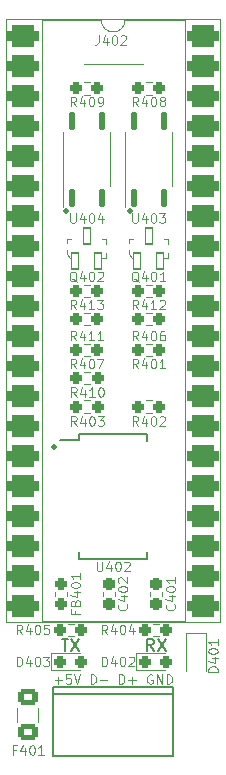
<source format=gto>
G04 #@! TF.GenerationSoftware,KiCad,Pcbnew,(6.0.10)*
G04 #@! TF.CreationDate,2023-01-05T11:17:19+01:00*
G04 #@! TF.ProjectId,PIC_Interface,5049435f-496e-4746-9572-666163652e6b,rev?*
G04 #@! TF.SameCoordinates,Original*
G04 #@! TF.FileFunction,Legend,Top*
G04 #@! TF.FilePolarity,Positive*
%FSLAX46Y46*%
G04 Gerber Fmt 4.6, Leading zero omitted, Abs format (unit mm)*
G04 Created by KiCad (PCBNEW (6.0.10)) date 2023-01-05 11:17:19*
%MOMM*%
%LPD*%
G01*
G04 APERTURE LIST*
G04 Aperture macros list*
%AMRoundRect*
0 Rectangle with rounded corners*
0 $1 Rounding radius*
0 $2 $3 $4 $5 $6 $7 $8 $9 X,Y pos of 4 corners*
0 Add a 4 corners polygon primitive as box body*
4,1,4,$2,$3,$4,$5,$6,$7,$8,$9,$2,$3,0*
0 Add four circle primitives for the rounded corners*
1,1,$1+$1,$2,$3*
1,1,$1+$1,$4,$5*
1,1,$1+$1,$6,$7*
1,1,$1+$1,$8,$9*
0 Add four rect primitives between the rounded corners*
20,1,$1+$1,$2,$3,$4,$5,0*
20,1,$1+$1,$4,$5,$6,$7,0*
20,1,$1+$1,$6,$7,$8,$9,0*
20,1,$1+$1,$8,$9,$2,$3,0*%
G04 Aperture macros list end*
%ADD10C,0.100000*%
%ADD11C,0.300000*%
%ADD12C,0.150000*%
%ADD13C,0.120000*%
%ADD14R,1.000000X1.000000*%
%ADD15RoundRect,0.237500X-0.250000X-0.237500X0.250000X-0.237500X0.250000X0.237500X-0.250000X0.237500X0*%
%ADD16RoundRect,0.237500X0.250000X0.237500X-0.250000X0.237500X-0.250000X-0.237500X0.250000X-0.237500X0*%
%ADD17RoundRect,0.237500X-0.287500X-0.237500X0.287500X-0.237500X0.287500X0.237500X-0.287500X0.237500X0*%
%ADD18R,0.300000X0.800000*%
%ADD19R,2.400000X3.050000*%
%ADD20O,1.700000X2.200000*%
%ADD21R,1.700000X2.200000*%
%ADD22RoundRect,0.237500X-0.237500X0.287500X-0.237500X-0.287500X0.237500X-0.287500X0.237500X0.287500X0*%
%ADD23RoundRect,0.070000X0.300000X-0.650000X0.300000X0.650000X-0.300000X0.650000X-0.300000X-0.650000X0*%
%ADD24RoundRect,0.237500X-0.237500X0.300000X-0.237500X-0.300000X0.237500X-0.300000X0.237500X0.300000X0*%
%ADD25RoundRect,0.450000X-0.900000X-0.450000X0.900000X-0.450000X0.900000X0.450000X-0.900000X0.450000X0*%
%ADD26R,1.750000X0.450000*%
%ADD27RoundRect,0.137500X0.137500X-0.662500X0.137500X0.662500X-0.137500X0.662500X-0.137500X-0.662500X0*%
%ADD28RoundRect,0.250001X0.624999X-0.462499X0.624999X0.462499X-0.624999X0.462499X-0.624999X-0.462499X0*%
G04 APERTURE END LIST*
D10*
X138047619Y-121557142D02*
X138657142Y-121557142D01*
X138352380Y-121861904D02*
X138352380Y-121252380D01*
X139419047Y-121061904D02*
X139038095Y-121061904D01*
X139000000Y-121442857D01*
X139038095Y-121404761D01*
X139114285Y-121366666D01*
X139304761Y-121366666D01*
X139380952Y-121404761D01*
X139419047Y-121442857D01*
X139457142Y-121519047D01*
X139457142Y-121709523D01*
X139419047Y-121785714D01*
X139380952Y-121823809D01*
X139304761Y-121861904D01*
X139114285Y-121861904D01*
X139038095Y-121823809D01*
X139000000Y-121785714D01*
X139685714Y-121061904D02*
X139952380Y-121861904D01*
X140219047Y-121061904D01*
X141095238Y-121861904D02*
X141095238Y-121061904D01*
X141285714Y-121061904D01*
X141400000Y-121100000D01*
X141476190Y-121176190D01*
X141514285Y-121252380D01*
X141552380Y-121404761D01*
X141552380Y-121519047D01*
X141514285Y-121671428D01*
X141476190Y-121747619D01*
X141400000Y-121823809D01*
X141285714Y-121861904D01*
X141095238Y-121861904D01*
X141895238Y-121557142D02*
X142504761Y-121557142D01*
X143495238Y-121861904D02*
X143495238Y-121061904D01*
X143685714Y-121061904D01*
X143800000Y-121100000D01*
X143876190Y-121176190D01*
X143914285Y-121252380D01*
X143952380Y-121404761D01*
X143952380Y-121519047D01*
X143914285Y-121671428D01*
X143876190Y-121747619D01*
X143800000Y-121823809D01*
X143685714Y-121861904D01*
X143495238Y-121861904D01*
X144295238Y-121557142D02*
X144904761Y-121557142D01*
X144600000Y-121861904D02*
X144600000Y-121252380D01*
X146314285Y-121100000D02*
X146238095Y-121061904D01*
X146123809Y-121061904D01*
X146009523Y-121100000D01*
X145933333Y-121176190D01*
X145895238Y-121252380D01*
X145857142Y-121404761D01*
X145857142Y-121519047D01*
X145895238Y-121671428D01*
X145933333Y-121747619D01*
X146009523Y-121823809D01*
X146123809Y-121861904D01*
X146200000Y-121861904D01*
X146314285Y-121823809D01*
X146352380Y-121785714D01*
X146352380Y-121519047D01*
X146200000Y-121519047D01*
X146695238Y-121861904D02*
X146695238Y-121061904D01*
X147152380Y-121861904D01*
X147152380Y-121061904D01*
X147533333Y-121861904D02*
X147533333Y-121061904D01*
X147723809Y-121061904D01*
X147838095Y-121100000D01*
X147914285Y-121176190D01*
X147952380Y-121252380D01*
X147990476Y-121404761D01*
X147990476Y-121519047D01*
X147952380Y-121671428D01*
X147914285Y-121747619D01*
X147838095Y-121823809D01*
X147723809Y-121861904D01*
X147533333Y-121861904D01*
D11*
X139000000Y-81735714D02*
X139071428Y-81807142D01*
X139000000Y-81878571D01*
X138928571Y-81807142D01*
X139000000Y-81735714D01*
X139000000Y-81878571D01*
D12*
X138638095Y-118052380D02*
X139209523Y-118052380D01*
X138923809Y-119052380D02*
X138923809Y-118052380D01*
X139447619Y-118052380D02*
X140114285Y-119052380D01*
X140114285Y-118052380D02*
X139447619Y-119052380D01*
X146433333Y-119052380D02*
X146100000Y-118576190D01*
X145861904Y-119052380D02*
X145861904Y-118052380D01*
X146242857Y-118052380D01*
X146338095Y-118100000D01*
X146385714Y-118147619D01*
X146433333Y-118242857D01*
X146433333Y-118385714D01*
X146385714Y-118480952D01*
X146338095Y-118528571D01*
X146242857Y-118576190D01*
X145861904Y-118576190D01*
X146766666Y-118052380D02*
X147433333Y-119052380D01*
X147433333Y-118052380D02*
X146766666Y-119052380D01*
D11*
X144400000Y-81735714D02*
X144471428Y-81807142D01*
X144400000Y-81878571D01*
X144328571Y-81807142D01*
X144400000Y-81735714D01*
X144400000Y-81878571D01*
X138000000Y-101735714D02*
X138071428Y-101807142D01*
X138000000Y-101878571D01*
X137928571Y-101807142D01*
X138000000Y-101735714D01*
X138000000Y-101878571D01*
D10*
X151861904Y-120852380D02*
X151061904Y-120852380D01*
X151061904Y-120661904D01*
X151100000Y-120547619D01*
X151176190Y-120471428D01*
X151252380Y-120433333D01*
X151404761Y-120395238D01*
X151519047Y-120395238D01*
X151671428Y-120433333D01*
X151747619Y-120471428D01*
X151823809Y-120547619D01*
X151861904Y-120661904D01*
X151861904Y-120852380D01*
X151328571Y-119709523D02*
X151861904Y-119709523D01*
X151023809Y-119900000D02*
X151595238Y-120090476D01*
X151595238Y-119595238D01*
X151061904Y-119138095D02*
X151061904Y-119061904D01*
X151100000Y-118985714D01*
X151138095Y-118947619D01*
X151214285Y-118909523D01*
X151366666Y-118871428D01*
X151557142Y-118871428D01*
X151709523Y-118909523D01*
X151785714Y-118947619D01*
X151823809Y-118985714D01*
X151861904Y-119061904D01*
X151861904Y-119138095D01*
X151823809Y-119214285D01*
X151785714Y-119252380D01*
X151709523Y-119290476D01*
X151557142Y-119328571D01*
X151366666Y-119328571D01*
X151214285Y-119290476D01*
X151138095Y-119252380D01*
X151100000Y-119214285D01*
X151061904Y-119138095D01*
X151861904Y-118109523D02*
X151861904Y-118566666D01*
X151861904Y-118338095D02*
X151061904Y-118338095D01*
X151176190Y-118414285D01*
X151252380Y-118490476D01*
X151290476Y-118566666D01*
X145104761Y-90161904D02*
X144838095Y-89780952D01*
X144647619Y-90161904D02*
X144647619Y-89361904D01*
X144952380Y-89361904D01*
X145028571Y-89400000D01*
X145066666Y-89438095D01*
X145104761Y-89514285D01*
X145104761Y-89628571D01*
X145066666Y-89704761D01*
X145028571Y-89742857D01*
X144952380Y-89780952D01*
X144647619Y-89780952D01*
X145790476Y-89628571D02*
X145790476Y-90161904D01*
X145600000Y-89323809D02*
X145409523Y-89895238D01*
X145904761Y-89895238D01*
X146628571Y-90161904D02*
X146171428Y-90161904D01*
X146400000Y-90161904D02*
X146400000Y-89361904D01*
X146323809Y-89476190D01*
X146247619Y-89552380D01*
X146171428Y-89590476D01*
X146933333Y-89438095D02*
X146971428Y-89400000D01*
X147047619Y-89361904D01*
X147238095Y-89361904D01*
X147314285Y-89400000D01*
X147352380Y-89438095D01*
X147390476Y-89514285D01*
X147390476Y-89590476D01*
X147352380Y-89704761D01*
X146895238Y-90161904D01*
X147390476Y-90161904D01*
X145104761Y-72961904D02*
X144838095Y-72580952D01*
X144647619Y-72961904D02*
X144647619Y-72161904D01*
X144952380Y-72161904D01*
X145028571Y-72200000D01*
X145066666Y-72238095D01*
X145104761Y-72314285D01*
X145104761Y-72428571D01*
X145066666Y-72504761D01*
X145028571Y-72542857D01*
X144952380Y-72580952D01*
X144647619Y-72580952D01*
X145790476Y-72428571D02*
X145790476Y-72961904D01*
X145600000Y-72123809D02*
X145409523Y-72695238D01*
X145904761Y-72695238D01*
X146361904Y-72161904D02*
X146438095Y-72161904D01*
X146514285Y-72200000D01*
X146552380Y-72238095D01*
X146590476Y-72314285D01*
X146628571Y-72466666D01*
X146628571Y-72657142D01*
X146590476Y-72809523D01*
X146552380Y-72885714D01*
X146514285Y-72923809D01*
X146438095Y-72961904D01*
X146361904Y-72961904D01*
X146285714Y-72923809D01*
X146247619Y-72885714D01*
X146209523Y-72809523D01*
X146171428Y-72657142D01*
X146171428Y-72466666D01*
X146209523Y-72314285D01*
X146247619Y-72238095D01*
X146285714Y-72200000D01*
X146361904Y-72161904D01*
X147085714Y-72504761D02*
X147009523Y-72466666D01*
X146971428Y-72428571D01*
X146933333Y-72352380D01*
X146933333Y-72314285D01*
X146971428Y-72238095D01*
X147009523Y-72200000D01*
X147085714Y-72161904D01*
X147238095Y-72161904D01*
X147314285Y-72200000D01*
X147352380Y-72238095D01*
X147390476Y-72314285D01*
X147390476Y-72352380D01*
X147352380Y-72428571D01*
X147314285Y-72466666D01*
X147238095Y-72504761D01*
X147085714Y-72504761D01*
X147009523Y-72542857D01*
X146971428Y-72580952D01*
X146933333Y-72657142D01*
X146933333Y-72809523D01*
X146971428Y-72885714D01*
X147009523Y-72923809D01*
X147085714Y-72961904D01*
X147238095Y-72961904D01*
X147314285Y-72923809D01*
X147352380Y-72885714D01*
X147390476Y-72809523D01*
X147390476Y-72657142D01*
X147352380Y-72580952D01*
X147314285Y-72542857D01*
X147238095Y-72504761D01*
X139904761Y-100011904D02*
X139638095Y-99630952D01*
X139447619Y-100011904D02*
X139447619Y-99211904D01*
X139752380Y-99211904D01*
X139828571Y-99250000D01*
X139866666Y-99288095D01*
X139904761Y-99364285D01*
X139904761Y-99478571D01*
X139866666Y-99554761D01*
X139828571Y-99592857D01*
X139752380Y-99630952D01*
X139447619Y-99630952D01*
X140590476Y-99478571D02*
X140590476Y-100011904D01*
X140400000Y-99173809D02*
X140209523Y-99745238D01*
X140704761Y-99745238D01*
X141161904Y-99211904D02*
X141238095Y-99211904D01*
X141314285Y-99250000D01*
X141352380Y-99288095D01*
X141390476Y-99364285D01*
X141428571Y-99516666D01*
X141428571Y-99707142D01*
X141390476Y-99859523D01*
X141352380Y-99935714D01*
X141314285Y-99973809D01*
X141238095Y-100011904D01*
X141161904Y-100011904D01*
X141085714Y-99973809D01*
X141047619Y-99935714D01*
X141009523Y-99859523D01*
X140971428Y-99707142D01*
X140971428Y-99516666D01*
X141009523Y-99364285D01*
X141047619Y-99288095D01*
X141085714Y-99250000D01*
X141161904Y-99211904D01*
X141695238Y-99211904D02*
X142190476Y-99211904D01*
X141923809Y-99516666D01*
X142038095Y-99516666D01*
X142114285Y-99554761D01*
X142152380Y-99592857D01*
X142190476Y-99669047D01*
X142190476Y-99859523D01*
X142152380Y-99935714D01*
X142114285Y-99973809D01*
X142038095Y-100011904D01*
X141809523Y-100011904D01*
X141733333Y-99973809D01*
X141695238Y-99935714D01*
X134847619Y-120361904D02*
X134847619Y-119561904D01*
X135038095Y-119561904D01*
X135152380Y-119600000D01*
X135228571Y-119676190D01*
X135266666Y-119752380D01*
X135304761Y-119904761D01*
X135304761Y-120019047D01*
X135266666Y-120171428D01*
X135228571Y-120247619D01*
X135152380Y-120323809D01*
X135038095Y-120361904D01*
X134847619Y-120361904D01*
X135990476Y-119828571D02*
X135990476Y-120361904D01*
X135800000Y-119523809D02*
X135609523Y-120095238D01*
X136104761Y-120095238D01*
X136561904Y-119561904D02*
X136638095Y-119561904D01*
X136714285Y-119600000D01*
X136752380Y-119638095D01*
X136790476Y-119714285D01*
X136828571Y-119866666D01*
X136828571Y-120057142D01*
X136790476Y-120209523D01*
X136752380Y-120285714D01*
X136714285Y-120323809D01*
X136638095Y-120361904D01*
X136561904Y-120361904D01*
X136485714Y-120323809D01*
X136447619Y-120285714D01*
X136409523Y-120209523D01*
X136371428Y-120057142D01*
X136371428Y-119866666D01*
X136409523Y-119714285D01*
X136447619Y-119638095D01*
X136485714Y-119600000D01*
X136561904Y-119561904D01*
X137095238Y-119561904D02*
X137590476Y-119561904D01*
X137323809Y-119866666D01*
X137438095Y-119866666D01*
X137514285Y-119904761D01*
X137552380Y-119942857D01*
X137590476Y-120019047D01*
X137590476Y-120209523D01*
X137552380Y-120285714D01*
X137514285Y-120323809D01*
X137438095Y-120361904D01*
X137209523Y-120361904D01*
X137133333Y-120323809D01*
X137095238Y-120285714D01*
X139854761Y-92791904D02*
X139588095Y-92410952D01*
X139397619Y-92791904D02*
X139397619Y-91991904D01*
X139702380Y-91991904D01*
X139778571Y-92030000D01*
X139816666Y-92068095D01*
X139854761Y-92144285D01*
X139854761Y-92258571D01*
X139816666Y-92334761D01*
X139778571Y-92372857D01*
X139702380Y-92410952D01*
X139397619Y-92410952D01*
X140540476Y-92258571D02*
X140540476Y-92791904D01*
X140350000Y-91953809D02*
X140159523Y-92525238D01*
X140654761Y-92525238D01*
X141378571Y-92791904D02*
X140921428Y-92791904D01*
X141150000Y-92791904D02*
X141150000Y-91991904D01*
X141073809Y-92106190D01*
X140997619Y-92182380D01*
X140921428Y-92220476D01*
X142140476Y-92791904D02*
X141683333Y-92791904D01*
X141911904Y-92791904D02*
X141911904Y-91991904D01*
X141835714Y-92106190D01*
X141759523Y-92182380D01*
X141683333Y-92220476D01*
X139854761Y-95161904D02*
X139588095Y-94780952D01*
X139397619Y-95161904D02*
X139397619Y-94361904D01*
X139702380Y-94361904D01*
X139778571Y-94400000D01*
X139816666Y-94438095D01*
X139854761Y-94514285D01*
X139854761Y-94628571D01*
X139816666Y-94704761D01*
X139778571Y-94742857D01*
X139702380Y-94780952D01*
X139397619Y-94780952D01*
X140540476Y-94628571D02*
X140540476Y-95161904D01*
X140350000Y-94323809D02*
X140159523Y-94895238D01*
X140654761Y-94895238D01*
X141111904Y-94361904D02*
X141188095Y-94361904D01*
X141264285Y-94400000D01*
X141302380Y-94438095D01*
X141340476Y-94514285D01*
X141378571Y-94666666D01*
X141378571Y-94857142D01*
X141340476Y-95009523D01*
X141302380Y-95085714D01*
X141264285Y-95123809D01*
X141188095Y-95161904D01*
X141111904Y-95161904D01*
X141035714Y-95123809D01*
X140997619Y-95085714D01*
X140959523Y-95009523D01*
X140921428Y-94857142D01*
X140921428Y-94666666D01*
X140959523Y-94514285D01*
X140997619Y-94438095D01*
X141035714Y-94400000D01*
X141111904Y-94361904D01*
X141645238Y-94361904D02*
X142178571Y-94361904D01*
X141835714Y-95161904D01*
X145104761Y-92791904D02*
X144838095Y-92410952D01*
X144647619Y-92791904D02*
X144647619Y-91991904D01*
X144952380Y-91991904D01*
X145028571Y-92030000D01*
X145066666Y-92068095D01*
X145104761Y-92144285D01*
X145104761Y-92258571D01*
X145066666Y-92334761D01*
X145028571Y-92372857D01*
X144952380Y-92410952D01*
X144647619Y-92410952D01*
X145790476Y-92258571D02*
X145790476Y-92791904D01*
X145600000Y-91953809D02*
X145409523Y-92525238D01*
X145904761Y-92525238D01*
X146361904Y-91991904D02*
X146438095Y-91991904D01*
X146514285Y-92030000D01*
X146552380Y-92068095D01*
X146590476Y-92144285D01*
X146628571Y-92296666D01*
X146628571Y-92487142D01*
X146590476Y-92639523D01*
X146552380Y-92715714D01*
X146514285Y-92753809D01*
X146438095Y-92791904D01*
X146361904Y-92791904D01*
X146285714Y-92753809D01*
X146247619Y-92715714D01*
X146209523Y-92639523D01*
X146171428Y-92487142D01*
X146171428Y-92296666D01*
X146209523Y-92144285D01*
X146247619Y-92068095D01*
X146285714Y-92030000D01*
X146361904Y-91991904D01*
X147314285Y-91991904D02*
X147161904Y-91991904D01*
X147085714Y-92030000D01*
X147047619Y-92068095D01*
X146971428Y-92182380D01*
X146933333Y-92334761D01*
X146933333Y-92639523D01*
X146971428Y-92715714D01*
X147009523Y-92753809D01*
X147085714Y-92791904D01*
X147238095Y-92791904D01*
X147314285Y-92753809D01*
X147352380Y-92715714D01*
X147390476Y-92639523D01*
X147390476Y-92449047D01*
X147352380Y-92372857D01*
X147314285Y-92334761D01*
X147238095Y-92296666D01*
X147085714Y-92296666D01*
X147009523Y-92334761D01*
X146971428Y-92372857D01*
X146933333Y-92449047D01*
X139904761Y-97561904D02*
X139638095Y-97180952D01*
X139447619Y-97561904D02*
X139447619Y-96761904D01*
X139752380Y-96761904D01*
X139828571Y-96800000D01*
X139866666Y-96838095D01*
X139904761Y-96914285D01*
X139904761Y-97028571D01*
X139866666Y-97104761D01*
X139828571Y-97142857D01*
X139752380Y-97180952D01*
X139447619Y-97180952D01*
X140590476Y-97028571D02*
X140590476Y-97561904D01*
X140400000Y-96723809D02*
X140209523Y-97295238D01*
X140704761Y-97295238D01*
X141428571Y-97561904D02*
X140971428Y-97561904D01*
X141200000Y-97561904D02*
X141200000Y-96761904D01*
X141123809Y-96876190D01*
X141047619Y-96952380D01*
X140971428Y-96990476D01*
X141923809Y-96761904D02*
X142000000Y-96761904D01*
X142076190Y-96800000D01*
X142114285Y-96838095D01*
X142152380Y-96914285D01*
X142190476Y-97066666D01*
X142190476Y-97257142D01*
X142152380Y-97409523D01*
X142114285Y-97485714D01*
X142076190Y-97523809D01*
X142000000Y-97561904D01*
X141923809Y-97561904D01*
X141847619Y-97523809D01*
X141809523Y-97485714D01*
X141771428Y-97409523D01*
X141733333Y-97257142D01*
X141733333Y-97066666D01*
X141771428Y-96914285D01*
X141809523Y-96838095D01*
X141847619Y-96800000D01*
X141923809Y-96761904D01*
X141771428Y-66961904D02*
X141771428Y-67533333D01*
X141733333Y-67647619D01*
X141657142Y-67723809D01*
X141542857Y-67761904D01*
X141466666Y-67761904D01*
X142495238Y-67228571D02*
X142495238Y-67761904D01*
X142304761Y-66923809D02*
X142114285Y-67495238D01*
X142609523Y-67495238D01*
X143066666Y-66961904D02*
X143142857Y-66961904D01*
X143219047Y-67000000D01*
X143257142Y-67038095D01*
X143295238Y-67114285D01*
X143333333Y-67266666D01*
X143333333Y-67457142D01*
X143295238Y-67609523D01*
X143257142Y-67685714D01*
X143219047Y-67723809D01*
X143142857Y-67761904D01*
X143066666Y-67761904D01*
X142990476Y-67723809D01*
X142952380Y-67685714D01*
X142914285Y-67609523D01*
X142876190Y-67457142D01*
X142876190Y-67266666D01*
X142914285Y-67114285D01*
X142952380Y-67038095D01*
X142990476Y-67000000D01*
X143066666Y-66961904D01*
X143638095Y-67038095D02*
X143676190Y-67000000D01*
X143752380Y-66961904D01*
X143942857Y-66961904D01*
X144019047Y-67000000D01*
X144057142Y-67038095D01*
X144095238Y-67114285D01*
X144095238Y-67190476D01*
X144057142Y-67304761D01*
X143600000Y-67761904D01*
X144095238Y-67761904D01*
X135304761Y-117661904D02*
X135038095Y-117280952D01*
X134847619Y-117661904D02*
X134847619Y-116861904D01*
X135152380Y-116861904D01*
X135228571Y-116900000D01*
X135266666Y-116938095D01*
X135304761Y-117014285D01*
X135304761Y-117128571D01*
X135266666Y-117204761D01*
X135228571Y-117242857D01*
X135152380Y-117280952D01*
X134847619Y-117280952D01*
X135990476Y-117128571D02*
X135990476Y-117661904D01*
X135800000Y-116823809D02*
X135609523Y-117395238D01*
X136104761Y-117395238D01*
X136561904Y-116861904D02*
X136638095Y-116861904D01*
X136714285Y-116900000D01*
X136752380Y-116938095D01*
X136790476Y-117014285D01*
X136828571Y-117166666D01*
X136828571Y-117357142D01*
X136790476Y-117509523D01*
X136752380Y-117585714D01*
X136714285Y-117623809D01*
X136638095Y-117661904D01*
X136561904Y-117661904D01*
X136485714Y-117623809D01*
X136447619Y-117585714D01*
X136409523Y-117509523D01*
X136371428Y-117357142D01*
X136371428Y-117166666D01*
X136409523Y-117014285D01*
X136447619Y-116938095D01*
X136485714Y-116900000D01*
X136561904Y-116861904D01*
X137552380Y-116861904D02*
X137171428Y-116861904D01*
X137133333Y-117242857D01*
X137171428Y-117204761D01*
X137247619Y-117166666D01*
X137438095Y-117166666D01*
X137514285Y-117204761D01*
X137552380Y-117242857D01*
X137590476Y-117319047D01*
X137590476Y-117509523D01*
X137552380Y-117585714D01*
X137514285Y-117623809D01*
X137438095Y-117661904D01*
X137247619Y-117661904D01*
X137171428Y-117623809D01*
X137133333Y-117585714D01*
X145104761Y-100011904D02*
X144838095Y-99630952D01*
X144647619Y-100011904D02*
X144647619Y-99211904D01*
X144952380Y-99211904D01*
X145028571Y-99250000D01*
X145066666Y-99288095D01*
X145104761Y-99364285D01*
X145104761Y-99478571D01*
X145066666Y-99554761D01*
X145028571Y-99592857D01*
X144952380Y-99630952D01*
X144647619Y-99630952D01*
X145790476Y-99478571D02*
X145790476Y-100011904D01*
X145600000Y-99173809D02*
X145409523Y-99745238D01*
X145904761Y-99745238D01*
X146361904Y-99211904D02*
X146438095Y-99211904D01*
X146514285Y-99250000D01*
X146552380Y-99288095D01*
X146590476Y-99364285D01*
X146628571Y-99516666D01*
X146628571Y-99707142D01*
X146590476Y-99859523D01*
X146552380Y-99935714D01*
X146514285Y-99973809D01*
X146438095Y-100011904D01*
X146361904Y-100011904D01*
X146285714Y-99973809D01*
X146247619Y-99935714D01*
X146209523Y-99859523D01*
X146171428Y-99707142D01*
X146171428Y-99516666D01*
X146209523Y-99364285D01*
X146247619Y-99288095D01*
X146285714Y-99250000D01*
X146361904Y-99211904D01*
X146933333Y-99288095D02*
X146971428Y-99250000D01*
X147047619Y-99211904D01*
X147238095Y-99211904D01*
X147314285Y-99250000D01*
X147352380Y-99288095D01*
X147390476Y-99364285D01*
X147390476Y-99440476D01*
X147352380Y-99554761D01*
X146895238Y-100011904D01*
X147390476Y-100011904D01*
X139792857Y-115678571D02*
X139792857Y-115945238D01*
X140211904Y-115945238D02*
X139411904Y-115945238D01*
X139411904Y-115564285D01*
X139792857Y-114992857D02*
X139830952Y-114878571D01*
X139869047Y-114840476D01*
X139945238Y-114802380D01*
X140059523Y-114802380D01*
X140135714Y-114840476D01*
X140173809Y-114878571D01*
X140211904Y-114954761D01*
X140211904Y-115259523D01*
X139411904Y-115259523D01*
X139411904Y-114992857D01*
X139450000Y-114916666D01*
X139488095Y-114878571D01*
X139564285Y-114840476D01*
X139640476Y-114840476D01*
X139716666Y-114878571D01*
X139754761Y-114916666D01*
X139792857Y-114992857D01*
X139792857Y-115259523D01*
X139678571Y-114116666D02*
X140211904Y-114116666D01*
X139373809Y-114307142D02*
X139945238Y-114497619D01*
X139945238Y-114002380D01*
X139411904Y-113545238D02*
X139411904Y-113469047D01*
X139450000Y-113392857D01*
X139488095Y-113354761D01*
X139564285Y-113316666D01*
X139716666Y-113278571D01*
X139907142Y-113278571D01*
X140059523Y-113316666D01*
X140135714Y-113354761D01*
X140173809Y-113392857D01*
X140211904Y-113469047D01*
X140211904Y-113545238D01*
X140173809Y-113621428D01*
X140135714Y-113659523D01*
X140059523Y-113697619D01*
X139907142Y-113735714D01*
X139716666Y-113735714D01*
X139564285Y-113697619D01*
X139488095Y-113659523D01*
X139450000Y-113621428D01*
X139411904Y-113545238D01*
X140211904Y-112516666D02*
X140211904Y-112973809D01*
X140211904Y-112745238D02*
X139411904Y-112745238D01*
X139526190Y-112821428D01*
X139602380Y-112897619D01*
X139640476Y-112973809D01*
X145161904Y-87838095D02*
X145085714Y-87800000D01*
X145009523Y-87723809D01*
X144895238Y-87609523D01*
X144819047Y-87571428D01*
X144742857Y-87571428D01*
X144780952Y-87761904D02*
X144704761Y-87723809D01*
X144628571Y-87647619D01*
X144590476Y-87495238D01*
X144590476Y-87228571D01*
X144628571Y-87076190D01*
X144704761Y-87000000D01*
X144780952Y-86961904D01*
X144933333Y-86961904D01*
X145009523Y-87000000D01*
X145085714Y-87076190D01*
X145123809Y-87228571D01*
X145123809Y-87495238D01*
X145085714Y-87647619D01*
X145009523Y-87723809D01*
X144933333Y-87761904D01*
X144780952Y-87761904D01*
X145809523Y-87228571D02*
X145809523Y-87761904D01*
X145619047Y-86923809D02*
X145428571Y-87495238D01*
X145923809Y-87495238D01*
X146380952Y-86961904D02*
X146457142Y-86961904D01*
X146533333Y-87000000D01*
X146571428Y-87038095D01*
X146609523Y-87114285D01*
X146647619Y-87266666D01*
X146647619Y-87457142D01*
X146609523Y-87609523D01*
X146571428Y-87685714D01*
X146533333Y-87723809D01*
X146457142Y-87761904D01*
X146380952Y-87761904D01*
X146304761Y-87723809D01*
X146266666Y-87685714D01*
X146228571Y-87609523D01*
X146190476Y-87457142D01*
X146190476Y-87266666D01*
X146228571Y-87114285D01*
X146266666Y-87038095D01*
X146304761Y-87000000D01*
X146380952Y-86961904D01*
X147409523Y-87761904D02*
X146952380Y-87761904D01*
X147180952Y-87761904D02*
X147180952Y-86961904D01*
X147104761Y-87076190D01*
X147028571Y-87152380D01*
X146952380Y-87190476D01*
X139854761Y-72961904D02*
X139588095Y-72580952D01*
X139397619Y-72961904D02*
X139397619Y-72161904D01*
X139702380Y-72161904D01*
X139778571Y-72200000D01*
X139816666Y-72238095D01*
X139854761Y-72314285D01*
X139854761Y-72428571D01*
X139816666Y-72504761D01*
X139778571Y-72542857D01*
X139702380Y-72580952D01*
X139397619Y-72580952D01*
X140540476Y-72428571D02*
X140540476Y-72961904D01*
X140350000Y-72123809D02*
X140159523Y-72695238D01*
X140654761Y-72695238D01*
X141111904Y-72161904D02*
X141188095Y-72161904D01*
X141264285Y-72200000D01*
X141302380Y-72238095D01*
X141340476Y-72314285D01*
X141378571Y-72466666D01*
X141378571Y-72657142D01*
X141340476Y-72809523D01*
X141302380Y-72885714D01*
X141264285Y-72923809D01*
X141188095Y-72961904D01*
X141111904Y-72961904D01*
X141035714Y-72923809D01*
X140997619Y-72885714D01*
X140959523Y-72809523D01*
X140921428Y-72657142D01*
X140921428Y-72466666D01*
X140959523Y-72314285D01*
X140997619Y-72238095D01*
X141035714Y-72200000D01*
X141111904Y-72161904D01*
X141759523Y-72961904D02*
X141911904Y-72961904D01*
X141988095Y-72923809D01*
X142026190Y-72885714D01*
X142102380Y-72771428D01*
X142140476Y-72619047D01*
X142140476Y-72314285D01*
X142102380Y-72238095D01*
X142064285Y-72200000D01*
X141988095Y-72161904D01*
X141835714Y-72161904D01*
X141759523Y-72200000D01*
X141721428Y-72238095D01*
X141683333Y-72314285D01*
X141683333Y-72504761D01*
X141721428Y-72580952D01*
X141759523Y-72619047D01*
X141835714Y-72657142D01*
X141988095Y-72657142D01*
X142064285Y-72619047D01*
X142102380Y-72580952D01*
X142140476Y-72504761D01*
X144135714Y-115145238D02*
X144173809Y-115183333D01*
X144211904Y-115297619D01*
X144211904Y-115373809D01*
X144173809Y-115488095D01*
X144097619Y-115564285D01*
X144021428Y-115602380D01*
X143869047Y-115640476D01*
X143754761Y-115640476D01*
X143602380Y-115602380D01*
X143526190Y-115564285D01*
X143450000Y-115488095D01*
X143411904Y-115373809D01*
X143411904Y-115297619D01*
X143450000Y-115183333D01*
X143488095Y-115145238D01*
X143678571Y-114459523D02*
X144211904Y-114459523D01*
X143373809Y-114650000D02*
X143945238Y-114840476D01*
X143945238Y-114345238D01*
X143411904Y-113888095D02*
X143411904Y-113811904D01*
X143450000Y-113735714D01*
X143488095Y-113697619D01*
X143564285Y-113659523D01*
X143716666Y-113621428D01*
X143907142Y-113621428D01*
X144059523Y-113659523D01*
X144135714Y-113697619D01*
X144173809Y-113735714D01*
X144211904Y-113811904D01*
X144211904Y-113888095D01*
X144173809Y-113964285D01*
X144135714Y-114002380D01*
X144059523Y-114040476D01*
X143907142Y-114078571D01*
X143716666Y-114078571D01*
X143564285Y-114040476D01*
X143488095Y-114002380D01*
X143450000Y-113964285D01*
X143411904Y-113888095D01*
X143488095Y-113316666D02*
X143450000Y-113278571D01*
X143411904Y-113202380D01*
X143411904Y-113011904D01*
X143450000Y-112935714D01*
X143488095Y-112897619D01*
X143564285Y-112859523D01*
X143640476Y-112859523D01*
X143754761Y-112897619D01*
X144211904Y-113354761D01*
X144211904Y-112859523D01*
X148185714Y-115145238D02*
X148223809Y-115183333D01*
X148261904Y-115297619D01*
X148261904Y-115373809D01*
X148223809Y-115488095D01*
X148147619Y-115564285D01*
X148071428Y-115602380D01*
X147919047Y-115640476D01*
X147804761Y-115640476D01*
X147652380Y-115602380D01*
X147576190Y-115564285D01*
X147500000Y-115488095D01*
X147461904Y-115373809D01*
X147461904Y-115297619D01*
X147500000Y-115183333D01*
X147538095Y-115145238D01*
X147728571Y-114459523D02*
X148261904Y-114459523D01*
X147423809Y-114650000D02*
X147995238Y-114840476D01*
X147995238Y-114345238D01*
X147461904Y-113888095D02*
X147461904Y-113811904D01*
X147500000Y-113735714D01*
X147538095Y-113697619D01*
X147614285Y-113659523D01*
X147766666Y-113621428D01*
X147957142Y-113621428D01*
X148109523Y-113659523D01*
X148185714Y-113697619D01*
X148223809Y-113735714D01*
X148261904Y-113811904D01*
X148261904Y-113888095D01*
X148223809Y-113964285D01*
X148185714Y-114002380D01*
X148109523Y-114040476D01*
X147957142Y-114078571D01*
X147766666Y-114078571D01*
X147614285Y-114040476D01*
X147538095Y-114002380D01*
X147500000Y-113964285D01*
X147461904Y-113888095D01*
X148261904Y-112859523D02*
X148261904Y-113316666D01*
X148261904Y-113088095D02*
X147461904Y-113088095D01*
X147576190Y-113164285D01*
X147652380Y-113240476D01*
X147690476Y-113316666D01*
X139854761Y-90161904D02*
X139588095Y-89780952D01*
X139397619Y-90161904D02*
X139397619Y-89361904D01*
X139702380Y-89361904D01*
X139778571Y-89400000D01*
X139816666Y-89438095D01*
X139854761Y-89514285D01*
X139854761Y-89628571D01*
X139816666Y-89704761D01*
X139778571Y-89742857D01*
X139702380Y-89780952D01*
X139397619Y-89780952D01*
X140540476Y-89628571D02*
X140540476Y-90161904D01*
X140350000Y-89323809D02*
X140159523Y-89895238D01*
X140654761Y-89895238D01*
X141378571Y-90161904D02*
X140921428Y-90161904D01*
X141150000Y-90161904D02*
X141150000Y-89361904D01*
X141073809Y-89476190D01*
X140997619Y-89552380D01*
X140921428Y-89590476D01*
X141645238Y-89361904D02*
X142140476Y-89361904D01*
X141873809Y-89666666D01*
X141988095Y-89666666D01*
X142064285Y-89704761D01*
X142102380Y-89742857D01*
X142140476Y-89819047D01*
X142140476Y-90009523D01*
X142102380Y-90085714D01*
X142064285Y-90123809D01*
X141988095Y-90161904D01*
X141759523Y-90161904D01*
X141683333Y-90123809D01*
X141645238Y-90085714D01*
X145104761Y-95161904D02*
X144838095Y-94780952D01*
X144647619Y-95161904D02*
X144647619Y-94361904D01*
X144952380Y-94361904D01*
X145028571Y-94400000D01*
X145066666Y-94438095D01*
X145104761Y-94514285D01*
X145104761Y-94628571D01*
X145066666Y-94704761D01*
X145028571Y-94742857D01*
X144952380Y-94780952D01*
X144647619Y-94780952D01*
X145790476Y-94628571D02*
X145790476Y-95161904D01*
X145600000Y-94323809D02*
X145409523Y-94895238D01*
X145904761Y-94895238D01*
X146361904Y-94361904D02*
X146438095Y-94361904D01*
X146514285Y-94400000D01*
X146552380Y-94438095D01*
X146590476Y-94514285D01*
X146628571Y-94666666D01*
X146628571Y-94857142D01*
X146590476Y-95009523D01*
X146552380Y-95085714D01*
X146514285Y-95123809D01*
X146438095Y-95161904D01*
X146361904Y-95161904D01*
X146285714Y-95123809D01*
X146247619Y-95085714D01*
X146209523Y-95009523D01*
X146171428Y-94857142D01*
X146171428Y-94666666D01*
X146209523Y-94514285D01*
X146247619Y-94438095D01*
X146285714Y-94400000D01*
X146361904Y-94361904D01*
X147390476Y-95161904D02*
X146933333Y-95161904D01*
X147161904Y-95161904D02*
X147161904Y-94361904D01*
X147085714Y-94476190D01*
X147009523Y-94552380D01*
X146933333Y-94590476D01*
X142047619Y-120361904D02*
X142047619Y-119561904D01*
X142238095Y-119561904D01*
X142352380Y-119600000D01*
X142428571Y-119676190D01*
X142466666Y-119752380D01*
X142504761Y-119904761D01*
X142504761Y-120019047D01*
X142466666Y-120171428D01*
X142428571Y-120247619D01*
X142352380Y-120323809D01*
X142238095Y-120361904D01*
X142047619Y-120361904D01*
X143190476Y-119828571D02*
X143190476Y-120361904D01*
X143000000Y-119523809D02*
X142809523Y-120095238D01*
X143304761Y-120095238D01*
X143761904Y-119561904D02*
X143838095Y-119561904D01*
X143914285Y-119600000D01*
X143952380Y-119638095D01*
X143990476Y-119714285D01*
X144028571Y-119866666D01*
X144028571Y-120057142D01*
X143990476Y-120209523D01*
X143952380Y-120285714D01*
X143914285Y-120323809D01*
X143838095Y-120361904D01*
X143761904Y-120361904D01*
X143685714Y-120323809D01*
X143647619Y-120285714D01*
X143609523Y-120209523D01*
X143571428Y-120057142D01*
X143571428Y-119866666D01*
X143609523Y-119714285D01*
X143647619Y-119638095D01*
X143685714Y-119600000D01*
X143761904Y-119561904D01*
X144333333Y-119638095D02*
X144371428Y-119600000D01*
X144447619Y-119561904D01*
X144638095Y-119561904D01*
X144714285Y-119600000D01*
X144752380Y-119638095D01*
X144790476Y-119714285D01*
X144790476Y-119790476D01*
X144752380Y-119904761D01*
X144295238Y-120361904D01*
X144790476Y-120361904D01*
X142504761Y-117661904D02*
X142238095Y-117280952D01*
X142047619Y-117661904D02*
X142047619Y-116861904D01*
X142352380Y-116861904D01*
X142428571Y-116900000D01*
X142466666Y-116938095D01*
X142504761Y-117014285D01*
X142504761Y-117128571D01*
X142466666Y-117204761D01*
X142428571Y-117242857D01*
X142352380Y-117280952D01*
X142047619Y-117280952D01*
X143190476Y-117128571D02*
X143190476Y-117661904D01*
X143000000Y-116823809D02*
X142809523Y-117395238D01*
X143304761Y-117395238D01*
X143761904Y-116861904D02*
X143838095Y-116861904D01*
X143914285Y-116900000D01*
X143952380Y-116938095D01*
X143990476Y-117014285D01*
X144028571Y-117166666D01*
X144028571Y-117357142D01*
X143990476Y-117509523D01*
X143952380Y-117585714D01*
X143914285Y-117623809D01*
X143838095Y-117661904D01*
X143761904Y-117661904D01*
X143685714Y-117623809D01*
X143647619Y-117585714D01*
X143609523Y-117509523D01*
X143571428Y-117357142D01*
X143571428Y-117166666D01*
X143609523Y-117014285D01*
X143647619Y-116938095D01*
X143685714Y-116900000D01*
X143761904Y-116861904D01*
X144714285Y-117128571D02*
X144714285Y-117661904D01*
X144523809Y-116823809D02*
X144333333Y-117395238D01*
X144828571Y-117395238D01*
X141628571Y-111511904D02*
X141628571Y-112159523D01*
X141666666Y-112235714D01*
X141704761Y-112273809D01*
X141780952Y-112311904D01*
X141933333Y-112311904D01*
X142009523Y-112273809D01*
X142047619Y-112235714D01*
X142085714Y-112159523D01*
X142085714Y-111511904D01*
X142809523Y-111778571D02*
X142809523Y-112311904D01*
X142619047Y-111473809D02*
X142428571Y-112045238D01*
X142923809Y-112045238D01*
X143380952Y-111511904D02*
X143457142Y-111511904D01*
X143533333Y-111550000D01*
X143571428Y-111588095D01*
X143609523Y-111664285D01*
X143647619Y-111816666D01*
X143647619Y-112007142D01*
X143609523Y-112159523D01*
X143571428Y-112235714D01*
X143533333Y-112273809D01*
X143457142Y-112311904D01*
X143380952Y-112311904D01*
X143304761Y-112273809D01*
X143266666Y-112235714D01*
X143228571Y-112159523D01*
X143190476Y-112007142D01*
X143190476Y-111816666D01*
X143228571Y-111664285D01*
X143266666Y-111588095D01*
X143304761Y-111550000D01*
X143380952Y-111511904D01*
X143952380Y-111588095D02*
X143990476Y-111550000D01*
X144066666Y-111511904D01*
X144257142Y-111511904D01*
X144333333Y-111550000D01*
X144371428Y-111588095D01*
X144409523Y-111664285D01*
X144409523Y-111740476D01*
X144371428Y-111854761D01*
X143914285Y-112311904D01*
X144409523Y-112311904D01*
X139378571Y-82011904D02*
X139378571Y-82659523D01*
X139416666Y-82735714D01*
X139454761Y-82773809D01*
X139530952Y-82811904D01*
X139683333Y-82811904D01*
X139759523Y-82773809D01*
X139797619Y-82735714D01*
X139835714Y-82659523D01*
X139835714Y-82011904D01*
X140559523Y-82278571D02*
X140559523Y-82811904D01*
X140369047Y-81973809D02*
X140178571Y-82545238D01*
X140673809Y-82545238D01*
X141130952Y-82011904D02*
X141207142Y-82011904D01*
X141283333Y-82050000D01*
X141321428Y-82088095D01*
X141359523Y-82164285D01*
X141397619Y-82316666D01*
X141397619Y-82507142D01*
X141359523Y-82659523D01*
X141321428Y-82735714D01*
X141283333Y-82773809D01*
X141207142Y-82811904D01*
X141130952Y-82811904D01*
X141054761Y-82773809D01*
X141016666Y-82735714D01*
X140978571Y-82659523D01*
X140940476Y-82507142D01*
X140940476Y-82316666D01*
X140978571Y-82164285D01*
X141016666Y-82088095D01*
X141054761Y-82050000D01*
X141130952Y-82011904D01*
X142083333Y-82278571D02*
X142083333Y-82811904D01*
X141892857Y-81973809D02*
X141702380Y-82545238D01*
X142197619Y-82545238D01*
X139911904Y-87838095D02*
X139835714Y-87800000D01*
X139759523Y-87723809D01*
X139645238Y-87609523D01*
X139569047Y-87571428D01*
X139492857Y-87571428D01*
X139530952Y-87761904D02*
X139454761Y-87723809D01*
X139378571Y-87647619D01*
X139340476Y-87495238D01*
X139340476Y-87228571D01*
X139378571Y-87076190D01*
X139454761Y-87000000D01*
X139530952Y-86961904D01*
X139683333Y-86961904D01*
X139759523Y-87000000D01*
X139835714Y-87076190D01*
X139873809Y-87228571D01*
X139873809Y-87495238D01*
X139835714Y-87647619D01*
X139759523Y-87723809D01*
X139683333Y-87761904D01*
X139530952Y-87761904D01*
X140559523Y-87228571D02*
X140559523Y-87761904D01*
X140369047Y-86923809D02*
X140178571Y-87495238D01*
X140673809Y-87495238D01*
X141130952Y-86961904D02*
X141207142Y-86961904D01*
X141283333Y-87000000D01*
X141321428Y-87038095D01*
X141359523Y-87114285D01*
X141397619Y-87266666D01*
X141397619Y-87457142D01*
X141359523Y-87609523D01*
X141321428Y-87685714D01*
X141283333Y-87723809D01*
X141207142Y-87761904D01*
X141130952Y-87761904D01*
X141054761Y-87723809D01*
X141016666Y-87685714D01*
X140978571Y-87609523D01*
X140940476Y-87457142D01*
X140940476Y-87266666D01*
X140978571Y-87114285D01*
X141016666Y-87038095D01*
X141054761Y-87000000D01*
X141130952Y-86961904D01*
X141702380Y-87038095D02*
X141740476Y-87000000D01*
X141816666Y-86961904D01*
X142007142Y-86961904D01*
X142083333Y-87000000D01*
X142121428Y-87038095D01*
X142159523Y-87114285D01*
X142159523Y-87190476D01*
X142121428Y-87304761D01*
X141664285Y-87761904D01*
X142159523Y-87761904D01*
X144628571Y-82011904D02*
X144628571Y-82659523D01*
X144666666Y-82735714D01*
X144704761Y-82773809D01*
X144780952Y-82811904D01*
X144933333Y-82811904D01*
X145009523Y-82773809D01*
X145047619Y-82735714D01*
X145085714Y-82659523D01*
X145085714Y-82011904D01*
X145809523Y-82278571D02*
X145809523Y-82811904D01*
X145619047Y-81973809D02*
X145428571Y-82545238D01*
X145923809Y-82545238D01*
X146380952Y-82011904D02*
X146457142Y-82011904D01*
X146533333Y-82050000D01*
X146571428Y-82088095D01*
X146609523Y-82164285D01*
X146647619Y-82316666D01*
X146647619Y-82507142D01*
X146609523Y-82659523D01*
X146571428Y-82735714D01*
X146533333Y-82773809D01*
X146457142Y-82811904D01*
X146380952Y-82811904D01*
X146304761Y-82773809D01*
X146266666Y-82735714D01*
X146228571Y-82659523D01*
X146190476Y-82507142D01*
X146190476Y-82316666D01*
X146228571Y-82164285D01*
X146266666Y-82088095D01*
X146304761Y-82050000D01*
X146380952Y-82011904D01*
X146914285Y-82011904D02*
X147409523Y-82011904D01*
X147142857Y-82316666D01*
X147257142Y-82316666D01*
X147333333Y-82354761D01*
X147371428Y-82392857D01*
X147409523Y-82469047D01*
X147409523Y-82659523D01*
X147371428Y-82735714D01*
X147333333Y-82773809D01*
X147257142Y-82811904D01*
X147028571Y-82811904D01*
X146952380Y-82773809D01*
X146914285Y-82735714D01*
X134771428Y-127442857D02*
X134504761Y-127442857D01*
X134504761Y-127861904D02*
X134504761Y-127061904D01*
X134885714Y-127061904D01*
X135533333Y-127328571D02*
X135533333Y-127861904D01*
X135342857Y-127023809D02*
X135152380Y-127595238D01*
X135647619Y-127595238D01*
X136104761Y-127061904D02*
X136180952Y-127061904D01*
X136257142Y-127100000D01*
X136295238Y-127138095D01*
X136333333Y-127214285D01*
X136371428Y-127366666D01*
X136371428Y-127557142D01*
X136333333Y-127709523D01*
X136295238Y-127785714D01*
X136257142Y-127823809D01*
X136180952Y-127861904D01*
X136104761Y-127861904D01*
X136028571Y-127823809D01*
X135990476Y-127785714D01*
X135952380Y-127709523D01*
X135914285Y-127557142D01*
X135914285Y-127366666D01*
X135952380Y-127214285D01*
X135990476Y-127138095D01*
X136028571Y-127100000D01*
X136104761Y-127061904D01*
X137133333Y-127861904D02*
X136676190Y-127861904D01*
X136904761Y-127861904D02*
X136904761Y-127061904D01*
X136828571Y-127176190D01*
X136752380Y-127252380D01*
X136676190Y-127290476D01*
D13*
X149150000Y-117600000D02*
X149150000Y-120750000D01*
X150850000Y-117600000D02*
X150850000Y-120750000D01*
X150850000Y-117600000D02*
X149150000Y-117600000D01*
X145745276Y-89122500D02*
X146254724Y-89122500D01*
X145745276Y-88077500D02*
X146254724Y-88077500D01*
X146254724Y-71972500D02*
X145745276Y-71972500D01*
X146254724Y-70927500D02*
X145745276Y-70927500D01*
X141054724Y-97877500D02*
X140545276Y-97877500D01*
X141054724Y-98922500D02*
X140545276Y-98922500D01*
X137740000Y-119265000D02*
X137740000Y-120735000D01*
X137740000Y-120735000D02*
X140200000Y-120735000D01*
X140200000Y-119265000D02*
X137740000Y-119265000D01*
X141004724Y-91522500D02*
X140495276Y-91522500D01*
X141004724Y-90477500D02*
X140495276Y-90477500D01*
X141004724Y-93077500D02*
X140495276Y-93077500D01*
X141004724Y-94122500D02*
X140495276Y-94122500D01*
X146254724Y-90477500D02*
X145745276Y-90477500D01*
X146254724Y-91522500D02*
X145745276Y-91522500D01*
X140545276Y-95477500D02*
X141054724Y-95477500D01*
X140545276Y-96522500D02*
X141054724Y-96522500D01*
D10*
X145500000Y-69375000D02*
X140500000Y-69375000D01*
D13*
X139145276Y-116777500D02*
X139654724Y-116777500D01*
X139145276Y-117822500D02*
X139654724Y-117822500D01*
X145745276Y-98922500D02*
X146254724Y-98922500D01*
X145745276Y-97877500D02*
X146254724Y-97877500D01*
D12*
X148080000Y-127950000D02*
X137920000Y-127950000D01*
X137920000Y-122150000D02*
X148080000Y-122150000D01*
X137920000Y-127950000D02*
X137920000Y-122150000D01*
X148080000Y-122150000D02*
X148080000Y-127950000D01*
X137920000Y-122750000D02*
X148080000Y-122750000D01*
D13*
X138090000Y-114078733D02*
X138090000Y-114421267D01*
X139110000Y-114078733D02*
X139110000Y-114421267D01*
D10*
X144350000Y-84550000D02*
X144350000Y-84175000D01*
X147425000Y-84175000D02*
X147300000Y-84175000D01*
X147650000Y-84175000D02*
X147650000Y-84625000D01*
X147650000Y-85350000D02*
X147650000Y-85825000D01*
X147650000Y-85825000D02*
X147300000Y-85825000D01*
X144625000Y-85825000D02*
X144675000Y-85825000D01*
X144350000Y-85175000D02*
X144350000Y-85450000D01*
X144675000Y-85825000D02*
X144675000Y-86600000D01*
X147350000Y-84175000D02*
X147650000Y-84175000D01*
X144350000Y-85450000D02*
X144625000Y-85825000D01*
X144350000Y-84175000D02*
X144650000Y-84175000D01*
D13*
X141004724Y-71972500D02*
X140495276Y-71972500D01*
X141004724Y-70927500D02*
X140495276Y-70927500D01*
X142115000Y-114103733D02*
X142115000Y-114396267D01*
X143135000Y-114103733D02*
X143135000Y-114396267D01*
X147160000Y-114103733D02*
X147160000Y-114396267D01*
X146140000Y-114103733D02*
X146140000Y-114396267D01*
X140495276Y-88077500D02*
X141004724Y-88077500D01*
X140495276Y-89122500D02*
X141004724Y-89122500D01*
X141995000Y-65670000D02*
G75*
G03*
X143995000Y-65670000I1000000J0D01*
G01*
X136935000Y-116590000D02*
X149055000Y-116590000D01*
X141995000Y-65670000D02*
X136935000Y-65670000D01*
X133935000Y-116650000D02*
X152055000Y-116650000D01*
X152055000Y-65610000D02*
X133935000Y-65610000D01*
X149055000Y-116590000D02*
X149055000Y-65670000D01*
X133935000Y-65610000D02*
X133935000Y-116650000D01*
X149055000Y-65670000D02*
X143995000Y-65670000D01*
X136935000Y-65670000D02*
X136935000Y-116590000D01*
X152055000Y-116650000D02*
X152055000Y-65610000D01*
X146254724Y-93077500D02*
X145745276Y-93077500D01*
X146254724Y-94122500D02*
X145745276Y-94122500D01*
X144940000Y-119265000D02*
X144940000Y-120735000D01*
X147400000Y-119265000D02*
X144940000Y-119265000D01*
X144940000Y-120735000D02*
X147400000Y-120735000D01*
X146854724Y-117822500D02*
X146345276Y-117822500D01*
X146854724Y-116777500D02*
X146345276Y-116777500D01*
D12*
X145875000Y-100675000D02*
X145875000Y-101325000D01*
X145875000Y-111325000D02*
X145875000Y-110675000D01*
X140125000Y-100675000D02*
X145875000Y-100675000D01*
X140125000Y-101250000D02*
X138525000Y-101250000D01*
X140125000Y-111325000D02*
X140125000Y-110675000D01*
X140125000Y-100675000D02*
X140125000Y-101250000D01*
X140125000Y-111325000D02*
X145875000Y-111325000D01*
D13*
X142710000Y-77450000D02*
X142710000Y-79725000D01*
X138790000Y-77450000D02*
X138790000Y-75175000D01*
X138790000Y-77450000D02*
X138790000Y-81500000D01*
X142710000Y-77450000D02*
X142710000Y-75175000D01*
D10*
X142100000Y-84175000D02*
X142400000Y-84175000D01*
X139100000Y-85175000D02*
X139100000Y-85450000D01*
X142400000Y-85350000D02*
X142400000Y-85825000D01*
X139375000Y-85825000D02*
X139425000Y-85825000D01*
X139100000Y-84175000D02*
X139400000Y-84175000D01*
X139100000Y-84550000D02*
X139100000Y-84175000D01*
X142400000Y-85825000D02*
X142050000Y-85825000D01*
X142175000Y-84175000D02*
X142050000Y-84175000D01*
X139100000Y-85450000D02*
X139375000Y-85825000D01*
X139425000Y-85825000D02*
X139425000Y-86600000D01*
X142400000Y-84175000D02*
X142400000Y-84625000D01*
D13*
X147960000Y-77450000D02*
X147960000Y-79725000D01*
X144040000Y-77450000D02*
X144040000Y-75175000D01*
X144040000Y-77450000D02*
X144040000Y-81500000D01*
X147960000Y-77450000D02*
X147960000Y-75175000D01*
X134840000Y-125102064D02*
X134840000Y-123897936D01*
X136660000Y-125102064D02*
X136660000Y-123897936D01*
%LPC*%
D14*
X150000000Y-118250000D03*
X150000000Y-120750000D03*
D15*
X145087500Y-88600000D03*
X146912500Y-88600000D03*
D16*
X146912500Y-71450000D03*
X145087500Y-71450000D03*
X141712500Y-98400000D03*
X139887500Y-98400000D03*
D17*
X138525000Y-120000000D03*
X140275000Y-120000000D03*
D16*
X141662500Y-91000000D03*
X139837500Y-91000000D03*
X141662500Y-93600000D03*
X139837500Y-93600000D03*
X146912500Y-91000000D03*
X145087500Y-91000000D03*
D15*
X139887500Y-96000000D03*
X141712500Y-96000000D03*
D18*
X144750000Y-69925000D03*
X144250000Y-69925000D03*
X143750000Y-69925000D03*
X143250000Y-69925000D03*
X142750000Y-69925000D03*
X142250000Y-69925000D03*
X141750000Y-69925000D03*
X141250000Y-69925000D03*
D19*
X147200000Y-68000000D03*
X138800000Y-68000000D03*
D15*
X140312500Y-117300000D03*
X138487500Y-117300000D03*
X145087500Y-98400000D03*
X146912500Y-98400000D03*
D20*
X146810000Y-124750000D03*
X144270000Y-124750000D03*
X141730000Y-124750000D03*
D21*
X139190000Y-124750000D03*
D22*
X138600000Y-113375000D03*
X138600000Y-115125000D03*
D23*
X145050000Y-86050000D03*
X146950000Y-86050000D03*
X146000000Y-83950000D03*
D16*
X141662500Y-71450000D03*
X139837500Y-71450000D03*
D24*
X142625000Y-113387500D03*
X142625000Y-115112500D03*
X146650000Y-113387500D03*
X146650000Y-115112500D03*
D15*
X139837500Y-88600000D03*
X141662500Y-88600000D03*
D25*
X150615000Y-67000000D03*
X150615000Y-69540000D03*
X150615000Y-72080000D03*
X150615000Y-74620000D03*
X150615000Y-77160000D03*
X150615000Y-79700000D03*
X150615000Y-82240000D03*
X150615000Y-84780000D03*
X150615000Y-87320000D03*
X150615000Y-89860000D03*
X150615000Y-92400000D03*
X150615000Y-94940000D03*
X150615000Y-97480000D03*
X150615000Y-100020000D03*
X150615000Y-102560000D03*
X150615000Y-105100000D03*
X150615000Y-107640000D03*
X150615000Y-110180000D03*
X150615000Y-112720000D03*
X150615000Y-115260000D03*
X135375000Y-115260000D03*
X135375000Y-112720000D03*
X135375000Y-110180000D03*
X135375000Y-107640000D03*
X135375000Y-105100000D03*
X135375000Y-102560000D03*
X135375000Y-100020000D03*
X135375000Y-97480000D03*
X135375000Y-94940000D03*
X135375000Y-92400000D03*
X135375000Y-89860000D03*
X135375000Y-87320000D03*
X135375000Y-84780000D03*
X135375000Y-82240000D03*
X135375000Y-79700000D03*
X135375000Y-77160000D03*
X135375000Y-74620000D03*
X135375000Y-72080000D03*
X135375000Y-69540000D03*
X135375000Y-67000000D03*
D16*
X146912500Y-93600000D03*
X145087500Y-93600000D03*
D17*
X145725000Y-120000000D03*
X147475000Y-120000000D03*
D16*
X145687500Y-117300000D03*
X147512500Y-117300000D03*
D26*
X139400000Y-101775000D03*
X139400000Y-102425000D03*
X139400000Y-103075000D03*
X139400000Y-103725000D03*
X139400000Y-104375000D03*
X139400000Y-105025000D03*
X139400000Y-105675000D03*
X139400000Y-106325000D03*
X139400000Y-106975000D03*
X139400000Y-107625000D03*
X139400000Y-108275000D03*
X139400000Y-108925000D03*
X139400000Y-109575000D03*
X139400000Y-110225000D03*
X146600000Y-110225000D03*
X146600000Y-109575000D03*
X146600000Y-108925000D03*
X146600000Y-108275000D03*
X146600000Y-107625000D03*
X146600000Y-106975000D03*
X146600000Y-106325000D03*
X146600000Y-105675000D03*
X146600000Y-105025000D03*
X146600000Y-104375000D03*
X146600000Y-103725000D03*
X146600000Y-103075000D03*
X146600000Y-102425000D03*
X146600000Y-101775000D03*
D27*
X139480000Y-80700000D03*
X142020000Y-80700000D03*
X142020000Y-74200000D03*
X139480000Y-74200000D03*
D23*
X139800000Y-86050000D03*
X141700000Y-86050000D03*
X140750000Y-83950000D03*
D27*
X144730000Y-80700000D03*
X147270000Y-80700000D03*
X147270000Y-74200000D03*
X144730000Y-74200000D03*
D28*
X135750000Y-123012500D03*
X135750000Y-125987500D03*
M02*

</source>
